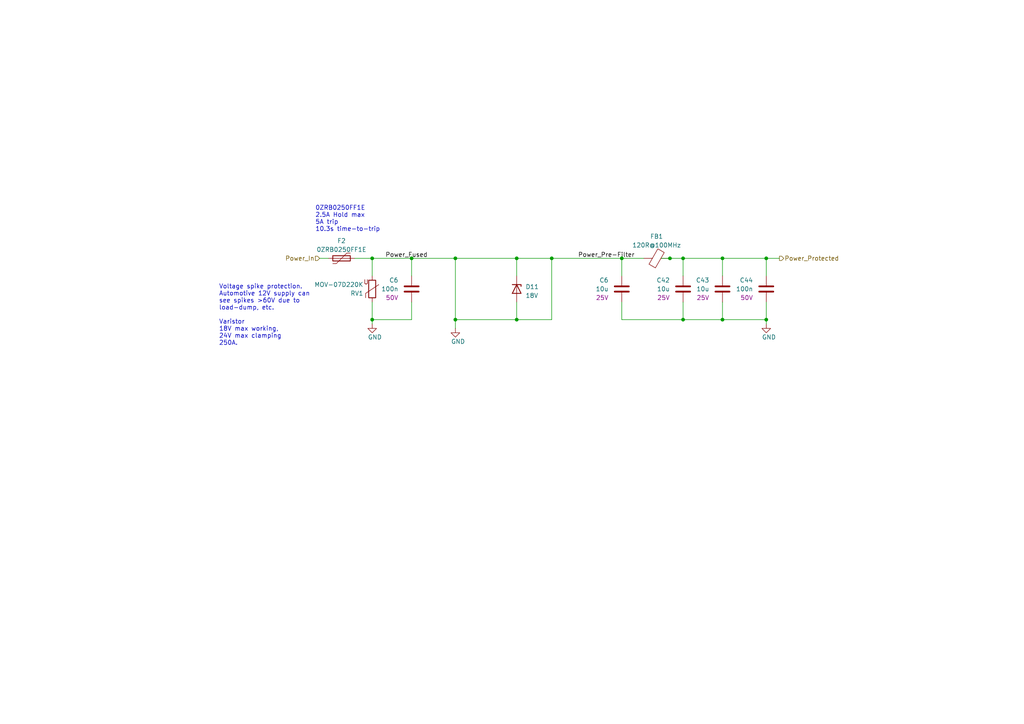
<source format=kicad_sch>
(kicad_sch (version 20250114) (generator "eeschema") (generator_version "9.0")
  (paper "A4")
  (title_block (title "VXDash RemoteECU") (date "2025-08-08") (rev "Proto A") (company "Alex Miller & Martin Roger") (comment 1 "https://github.com/martinroger/VXDash") (comment 2 "https://cadlab.io/projects/vxdash"))
  (lib_symbols
    (symbol "Device:D_Zener" (pin_numbers (hide yes)) (pin_names (offset 1.016) (hide yes))
      (property "Reference" "D" (at 0 2.54 0))
      (property "Value" "D_Zener" (at 0 -2.54 0))
      (symbol "D_Zener_0_1"
        (polyline (pts (xy -1.27 -1.27) (xy -1.27 1.27) (xy -0.762 1.27)) (stroke (width 0.254)))
        (polyline (pts (xy 1.27 0) (xy -1.27 0)))
        (polyline (pts (xy 1.27 -1.27) (xy 1.27 1.27) (xy -1.27 0) (xy 1.27 -1.27)) (stroke (width 0.254)))
      )
      (symbol "D_Zener_1_1"
        (pin passive line (at -3.81 0 0) (length 2.54) (name "K") (number "1"))
        (pin passive line (at 3.81 0 180) (length 2.54) (name "A") (number "2"))
      )
    )
    (symbol "Device:FerriteBead" (pin_numbers (hide yes)) (pin_names (offset 0))
      (property "Reference" "FB" (at -3.81 0.635 90))
      (property "Value" "FerriteBead" (at 3.81 0 90))
      (symbol "FerriteBead_0_1"
        (polyline (pts (xy -2.7686 0.4064) (xy -1.7018 2.2606) (xy 2.7686 -0.3048) (xy 1.6764 -2.159) (xy -2.7686 0.4064)))
        (polyline (pts (xy 0 1.27) (xy 0 1.2954)))
        (polyline (pts (xy 0 -1.27) (xy 0 -1.2192)))
      )
      (symbol "FerriteBead_1_1"
        (pin passive line (at 0 3.81 270) (length 2.54) (name "~") (number "1"))
        (pin passive line (at 0 -3.81 90) (length 2.54) (name "~") (number "2"))
      )
    )
    (symbol "Device:Polyfuse" (pin_numbers (hide yes)) (pin_names (offset 0))
      (property "Reference" "F" (at -2.54 0 90))
      (property "Value" "Polyfuse" (at 2.54 0 90))
      (symbol "Polyfuse_0_1"
        (polyline (pts (xy -1.524 2.54) (xy -1.524 1.524) (xy 1.524 -1.524) (xy 1.524 -2.54)))
        (rectangle (start -0.762 2.54) (end 0.762 -2.54) (stroke (width 0.254)))
        (polyline (pts (xy 0 2.54) (xy 0 -2.54)))
      )
      (symbol "Polyfuse_1_1"
        (pin passive line (at 0 3.81 270) (length 1.27) (name "~") (number "1"))
        (pin passive line (at 0 -3.81 90) (length 1.27) (name "~") (number "2"))
      )
    )
    (symbol "Device:Varistor" (pin_numbers (hide yes)) (pin_names (offset 0))
      (property "Reference" "RV" (at 3.175 0 90))
      (property "Value" "Varistor" (at -3.175 0 90))
      (symbol "Varistor_0_0"
        (text "U" (at -1.778 -2.032 0) (effects (font (size 1.27 1.27))))
      )
      (symbol "Varistor_0_1"
        (polyline (pts (xy -1.905 2.54) (xy -1.905 1.27) (xy 1.905 -1.27)))
        (rectangle (start -1.016 -2.54) (end 1.016 2.54) (stroke (width 0.254)))
      )
      (symbol "Varistor_1_1"
        (pin passive line (at 0 3.81 270) (length 1.27) (name "~") (number "1"))
        (pin passive line (at 0 -3.81 90) (length 1.27) (name "~") (number "2"))
      )
    )
    (symbol "VXDash_passives:Cap_MLCC" (pin_numbers (hide yes)) (pin_names (offset 0.254))
      (property "Reference" "C" (at 2.54 2.54 0))
      (property "Value" "Cap_MLCC" (at 2.54 0 0))
      (property "Voltage" "50V" (at 2.54 -2.54 0))
      (symbol "Cap_MLCC_0_1"
        (polyline (pts (xy -2.032 0.762) (xy 2.032 0.762)) (stroke (width 0.508)))
        (polyline (pts (xy -2.032 -0.762) (xy 2.032 -0.762)) (stroke (width 0.508)))
      )
      (symbol "Cap_MLCC_1_1"
        (pin passive line (at 0 3.81 270) (length 2.794) (name "~") (number "1"))
        (pin passive line (at 0 -3.81 90) (length 2.794) (name "~") (number "2"))
      )
    )
    (symbol "power:GND" (power) (pin_numbers (hide yes)) (pin_names (offset 0) (hide yes))
      (property "Value" "GND" (at 0 -3.81 0))
      (symbol "GND_0_1"
        (polyline (pts (xy 0 0) (xy 0 -1.27) (xy 1.27 -1.27) (xy 0 -2.54) (xy -1.27 -1.27) (xy 0 -1.27)))
      )
      (symbol "GND_1_1"
        (pin power_in line (at 0 0 270) (length 0) (name "~") (number "1"))
      )
    )
  )
  (text "Voltage spike protection.\nAutomotive 12V supply can \nsee spikes >60V due to \nload-dump, etc.\n\nVaristor\n18V max working,\n24V max clamping \n250A." (at 63.5 100.33 0) (effects (font (size 1.27 1.27)) (justify left bottom)))
  (text "0ZRB0250FF1E\n2.5A Hold max\n5A trip\n10.3s time-to-trip" (at 91.44 67.31 0) (effects (font (size 1.27 1.27)) (justify left bottom)))
  (junction (at 132.08 74.93))
  (junction (at 107.95 92.71))
  (junction (at 119.38 74.93))
  (junction (at 222.25 92.71))
  (junction (at 198.12 74.93))
  (junction (at 149.86 74.93))
  (junction (at 149.86 92.71))
  (junction (at 160.02 74.93))
  (junction (at 209.55 74.93))
  (junction (at 209.55 92.71))
  (junction (at 198.12 92.71))
  (junction (at 194.31 74.93))
  (junction (at 107.95 74.93))
  (junction (at 222.25 74.93))
  (junction (at 132.08 92.71))
  (junction (at 180.34 74.93))
  (wire (pts (xy 198.12 87.63) (xy 198.12 92.71)))
  (wire (pts (xy 102.87 74.93) (xy 107.95 74.93)))
  (wire (pts (xy 180.34 74.93) (xy 180.34 80.01)))
  (wire (pts (xy 107.95 92.71) (xy 107.95 93.98)))
  (wire (pts (xy 119.38 74.93) (xy 119.38 80.01)))
  (wire (pts (xy 149.86 92.71) (xy 160.02 92.71)))
  (wire (pts (xy 180.34 87.63) (xy 180.34 92.71)))
  (wire (pts (xy 107.95 74.93) (xy 107.95 80.01)))
  (wire (pts (xy 160.02 74.93) (xy 180.34 74.93)))
  (wire (pts (xy 194.31 74.93) (xy 198.12 74.93)))
  (wire (pts (xy 149.86 74.93) (xy 149.86 80.01)))
  (wire (pts (xy 222.25 93.98) (xy 222.25 92.71)))
  (wire (pts (xy 149.86 92.71) (xy 149.86 87.63)))
  (wire (pts (xy 149.86 74.93) (xy 160.02 74.93)))
  (wire (pts (xy 107.95 87.63) (xy 107.95 92.71)))
  (wire (pts (xy 222.25 92.71) (xy 209.55 92.71)))
  (wire (pts (xy 209.55 87.63) (xy 209.55 92.71)))
  (wire (pts (xy 132.08 74.93) (xy 149.86 74.93)))
  (wire (pts (xy 180.34 74.93) (xy 186.69 74.93)))
  (wire (pts (xy 92.71 74.93) (xy 95.25 74.93)))
  (wire (pts (xy 209.55 92.71) (xy 198.12 92.71)))
  (wire (pts (xy 107.95 92.71) (xy 119.38 92.71)))
  (wire (pts (xy 132.08 74.93) (xy 132.08 92.71)))
  (wire (pts (xy 119.38 87.63) (xy 119.38 92.71)))
  (wire (pts (xy 222.25 74.93) (xy 222.25 80.01)))
  (wire (pts (xy 160.02 74.93) (xy 160.02 92.71)))
  (wire (pts (xy 209.55 74.93) (xy 209.55 80.01)))
  (wire (pts (xy 107.95 74.93) (xy 119.38 74.93)))
  (wire (pts (xy 198.12 74.93) (xy 198.12 80.01)))
  (wire (pts (xy 119.38 74.93) (xy 132.08 74.93)))
  (wire (pts (xy 132.08 92.71) (xy 149.86 92.71)))
  (wire (pts (xy 191.77 74.93) (xy 194.31 74.93)))
  (wire (pts (xy 209.55 74.93) (xy 222.25 74.93)))
  (wire (pts (xy 198.12 74.93) (xy 209.55 74.93)))
  (wire (pts (xy 180.34 92.71) (xy 198.12 92.71)))
  (wire (pts (xy 132.08 92.71) (xy 132.08 95.25)))
  (wire (pts (xy 222.25 74.93) (xy 226.06 74.93)))
  (wire (pts (xy 222.25 87.63) (xy 222.25 92.71)))
  (label "Power_Pre-Filter" (at 167.64 74.93 0))
  (label "Power_Fused" (at 111.76 74.93 0))
  (hierarchical_label "Power_Protected" (shape output) (at 226.06 74.93 0))
  (hierarchical_label "Power_In" (shape input) (at 92.71 74.93 180))
  (symbol (lib_id "power:GND") (at 222.25 93.98 0) (unit 1)
    (property "Reference" "#PWR06" (effects (hide yes)))
    (property "Value" "GND" (at 220.98 97.79 0) (effects (justify left)))
    (property "Description" "Power symbol creates a global label with name \"GND\" , ground" (effects (hide yes)))
  )
  (symbol (lib_id "VXDash_passives:Cap_MLCC") (at 222.25 83.82 0) (mirror x) (unit 1)
    (property "Reference" "C44" (at 218.44 81.2799 0) (effects (justify right)))
    (property "Value" "100n" (at 218.44 83.8199 0) (effects (justify right)))
    (property "Dielectric" "X7R" (effects (hide yes)))
    (property "Tol" "10%" (effects (hide yes)))
    (property "Voltage" "50V" (at 218.44 86.3599 0) (effects (justify right)))
  )
  (symbol (lib_id "Device:FerriteBead") (at 190.5 74.93 90) (unit 1)
    (property "Reference" "FB1" (at 190.4492 68.58 90))
    (property "Value" "120R@100MHz" (at 190.4492 71.12 90))
    (property "Footprint" "Inductor_SMD:L_0805_2012Metric" (effects (hide yes)))
    (property "Datasheet" "https://www.we-online.com/katalog/datasheet/742792023.pdf" (effects (hide yes)))
    (property "Description" "FERRITE BEAD 120 OHM 0805 1LN" (effects (hide yes)))
    (property "MFT" "Würth Elektronik" (effects (hide yes)))
    (property "MFT_PN" "742792023" (effects (hide yes)))
  )
  (symbol (lib_id "VXDash_passives:Cap_MLCC") (at 119.38 83.82 0) (mirror x) (unit 1)
    (property "Reference" "C6" (at 115.57 81.2799 0) (effects (justify right)))
    (property "Value" "100n" (at 115.57 83.8199 0) (effects (justify right)))
    (property "Dielectric" "X7R" (effects (hide yes)))
    (property "Tol" "10%" (effects (hide yes)))
    (property "Voltage" "50V" (at 115.57 86.3599 0) (effects (justify right)))
  )
  (symbol (lib_id "power:GND") (at 107.95 93.98 0) (unit 1)
    (property "Reference" "#PWR06" (effects (hide yes)))
    (property "Value" "GND" (at 106.68 97.79 0) (effects (justify left)))
    (property "Description" "Power symbol creates a global label with name \"GND\" , ground" (effects (hide yes)))
  )
  (symbol (lib_id "Device:D_Zener") (at 149.86 83.82 270) (unit 1)
    (property "Reference" "D11" (at 152.4 83.185 90) (effects (justify left)))
    (property "Value" "18V" (at 152.4 85.725 90) (effects (justify left)))
    (property "Footprint" "Diode_SMD:D_SOD-123" (effects (hide yes)))
    (property "Datasheet" "https://www.mccsemi.com/pdf/Products/BZT52C2V4~BZT52C75(500mW)(SOD-123).pdf" (effects (hide yes)))
    (property "Description" "DIODE ZENER 18V 200MW SOD123" (effects (hide yes)))
    (property "MFT" "Micro Commercial Co" (effects (hide yes)))
    (property "MFT_PN" "BZT52C18-TP" (effects (hide yes)))
  )
  (symbol (lib_id "power:GND") (at 132.08 95.25 0) (unit 1)
    (property "Reference" "#PWR07" (effects (hide yes)))
    (property "Value" "GND" (at 130.81 99.06 0) (effects (justify left)))
    (property "Description" "Power symbol creates a global label with name \"GND\" , ground" (effects (hide yes)))
  )
  (symbol (lib_id "VXDash_passives:Cap_MLCC") (at 198.12 83.82 0) (mirror x) (unit 1)
    (property "Reference" "C42" (at 194.31 81.2799 0) (effects (justify right)))
    (property "Value" "10u" (at 194.31 83.8199 0) (effects (justify right)))
    (property "Footprint" "Capacitor_SMD:C_1206_3216Metric_Pad1.33x1.80mm_HandSolder" (effects (hide yes)))
    (property "Dielectric" "X7R" (effects (hide yes)))
    (property "Tol" "10%" (effects (hide yes)))
    (property "Voltage" "25V" (at 194.31 86.3599 0) (effects (justify right)))
  )
  (symbol (lib_id "Device:Polyfuse") (at 99.06 74.93 90) (unit 1)
    (property "Reference" "F2" (at 99.06 69.85 90))
    (property "Value" "0ZRB0250FF1E" (at 99.06 72.39 90))
    (property "Footprint" "Fuse:Fuse_BelFuse_0ZRE0033FF_L11.4mm_W3.8mm" (effects (hide yes)))
    (property "Datasheet" "https://www.belfuse.com/resources/datasheets/circuitprotection/ds-cp-0zrb-series.pdf" (effects (hide yes)))
    (property "Description" "PTC RESET FUSE 30V 2.5A RADIAL" (effects (hide yes)))
    (property "MFT" "Bel Fuse" (effects (hide yes)))
    (property "MFT_PN" "0ZRB0250FF1E" (effects (hide yes)))
  )
  (symbol (lib_id "VXDash_passives:Cap_MLCC") (at 180.34 83.82 0) (mirror x) (unit 1)
    (property "Reference" "C6" (at 176.53 81.2799 0) (effects (justify right)))
    (property "Value" "10u" (at 176.53 83.8199 0) (effects (justify right)))
    (property "Footprint" "Capacitor_SMD:C_1206_3216Metric_Pad1.33x1.80mm_HandSolder" (effects (hide yes)))
    (property "Dielectric" "X7R" (effects (hide yes)))
    (property "Tol" "10%" (effects (hide yes)))
    (property "Voltage" "25V" (at 176.53 86.3599 0) (effects (justify right)))
  )
  (symbol (lib_id "VXDash_passives:Cap_MLCC") (at 209.55 83.82 0) (mirror x) (unit 1)
    (property "Reference" "C43" (at 205.74 81.2799 0) (effects (justify right)))
    (property "Value" "10u" (at 205.74 83.8199 0) (effects (justify right)))
    (property "Footprint" "Capacitor_SMD:C_1206_3216Metric_Pad1.33x1.80mm_HandSolder" (effects (hide yes)))
    (property "Dielectric" "X7R" (effects (hide yes)))
    (property "Tol" "10%" (effects (hide yes)))
    (property "Voltage" "25V" (at 205.74 86.3599 0) (effects (justify right)))
  )
  (symbol (lib_id "Device:Varistor") (at 107.95 83.82 0) (mirror x) (unit 1)
    (property "Reference" "RV1" (at 105.41 85.09 0) (effects (justify right)))
    (property "Value" "MOV-07D220K" (at 105.41 82.55 0) (effects (justify right)))
    (property "Footprint" "Varistor:RV_Disc_D9mm_W3.5mm_P5mm" (effects (hide yes)))
    (property "Datasheet" "https://www.bourns.com/docs/Product-Datasheets/MOV07D.pdf" (effects (hide yes)))
    (property "Description" "VARISTOR 22V 250A DISC 7MM" (effects (hide yes)))
    (property "MFT" "Bourns" (effects (hide yes)))
    (property "MFT_PN" "MOV-07D220K" (effects (hide yes)))
  )
)
</source>
